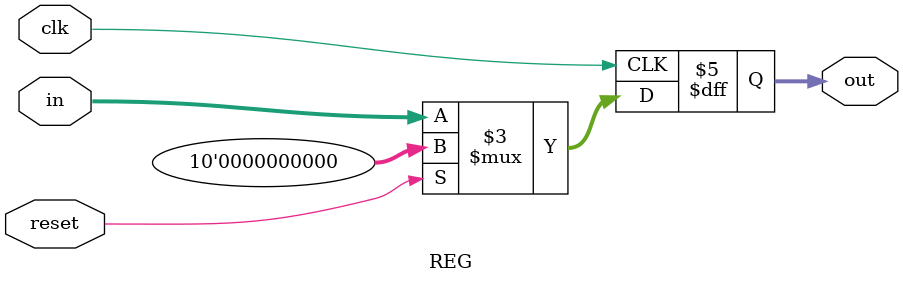
<source format=v>
/*`timescale 1ns / 1ps
//////////////////////////////////////////////////////////////////////////////////
// Company: 
// Engineer: 
// 
// Create Date: 25.10.2024 08:01:00
// Design Name: 
// Module Name: REG
// Project Name: 
// Target Devices: 
// Tool Versions: 
// Description: 
// 
// Dependencies: 
// 
// Revision:
// Revision 0.01 - File Created
// Additional Comments:
// 
//////////////////////////////////////////////////////////////////////////////////


module REG #(parameter DATAW=10)(clk,in,out,reset);
input clk,reset;
input [DATAW-1:0]in;
output [DATAW-1:0]out;
reg [DATAW-1:0]out;

always @(posedge clk)
if (reset)
out = 0;

else
out = in;

endmodule*/

`timescale 1ns / 1ps

module REG #(parameter DATAW=10)
            (input clk,
             input reset,
             input [DATAW-1:0]in,
             output reg [DATAW-1:0]out);

always @(posedge clk)
begin
    if (reset)
    begin
        out <= 0;
    end
    else
    begin
        out <= in;
    end
end

endmodule


</source>
